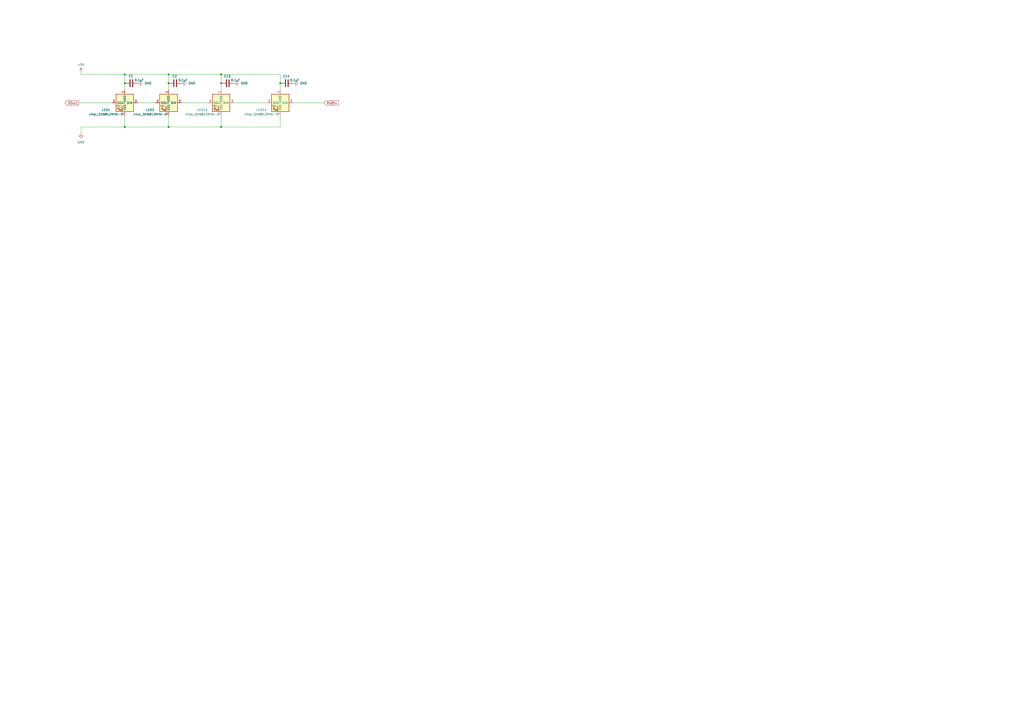
<source format=kicad_sch>
(kicad_sch (version 20231120) (generator "eeschema") (generator_version "8.0")
  (paper "A2")
  (lib_symbols
    (symbol "+5V_1" (power) (pin_names (offset 0))
      (property "Value" "+5V_1" (at 0 3.556 0))
      (symbol "+5V_1_0_1"
        (polyline (pts (xy -0.762 1.27) (xy 0 2.54)))
        (polyline (pts (xy 0 0) (xy 0 2.54)))
        (polyline (pts (xy 0 2.54) (xy 0.762 1.27)))
      )
      (symbol "+5V_1_1_1"
        (pin power_in line (at 0 0 90) (length 0) hide (name "+5V") (number "1"))
      )
    )
    (symbol "Device:C" (pin_numbers hide) (pin_names (offset 0.254))
      (property "Reference" "C" (at 0.635 2.54 0))
      (property "Value" "C" (at 0.635 -2.54 0))
      (symbol "C_0_1"
        (polyline (pts (xy -2.032 -0.762) (xy 2.032 -0.762)) (stroke (width 0.508)))
        (polyline (pts (xy -2.032 0.762) (xy 2.032 0.762)) (stroke (width 0.508)))
      )
      (symbol "C_1_1"
        (pin passive line (at 0 3.81 270) (length 2.794) (name "~") (number "1"))
        (pin passive line (at 0 -3.81 90) (length 2.794) (name "~") (number "2"))
      )
    )
    (symbol "PCM_marbastlib-choc:choc_SK6812MINI-E"
      (property "Reference" "LED" (at 2.54 6.35 0))
      (property "Value" "choc_SK6812MINI-E" (at 10.795 -6.35 0))
      (symbol "choc_SK6812MINI-E_0_0"
        (text "RGB" (at 2.286 -4.191 0) (effects (font (size 0.762 0.762))))
      )
      (symbol "choc_SK6812MINI-E_0_1"
        (rectangle (start -5.08 5.08) (end 5.08 -5.08) (stroke (width 0.254)) (fill (type background)))
        (polyline (pts (xy 1.27 -3.556) (xy 1.778 -3.556)))
        (polyline (pts (xy 1.27 -2.54) (xy 1.778 -2.54)))
        (polyline (pts (xy 4.699 -3.556) (xy 2.667 -3.556)))
        (polyline (pts (xy 2.286 -2.54) (xy 1.27 -3.556) (xy 1.27 -3.048)))
        (polyline (pts (xy 2.286 -1.524) (xy 1.27 -2.54) (xy 1.27 -2.032)))
        (polyline (pts (xy 3.683 -1.016) (xy 3.683 -3.556) (xy 3.683 -4.064)))
        (polyline (pts (xy 4.699 -1.524) (xy 2.667 -1.524) (xy 3.683 -3.556) (xy 4.699 -1.524)))
      )
      (symbol "choc_SK6812MINI-E_1_1"
        (pin power_in line (at 0 7.62 270) (length 2.54) (name "VDD") (number "1"))
        (pin output line (at 7.62 0 180) (length 2.54) (name "DOUT") (number "2"))
        (pin input line (at -7.62 0 0) (length 2.54) (name "DIN") (number "3"))
        (pin power_in line (at 0 -7.62 90) (length 2.54) (name "VSS") (number "4"))
      )
    )
    (symbol "power:GND" (power) (pin_numbers hide) (pin_names (offset 0) hide)
      (property "Value" "GND" (at 0 -3.81 0))
      (symbol "GND_0_1"
        (polyline (pts (xy 0 0) (xy 0 -1.27) (xy 1.27 -1.27) (xy 0 -2.54) (xy -1.27 -1.27) (xy 0 -1.27)))
      )
      (symbol "GND_1_1"
        (pin power_in line (at 0 0 270) (length 0) (name "~") (number "1"))
      )
    )
  )
  (junction (at 97.79 73.66))
  (junction (at 162.56 48.26))
  (junction (at 72.39 43.18))
  (junction (at 72.39 48.26))
  (junction (at 128.27 48.26))
  (junction (at 128.27 43.18))
  (junction (at 72.39 73.66))
  (junction (at 97.79 43.18))
  (junction (at 97.79 48.26))
  (junction (at 128.27 73.66))
  (wire (pts (xy 46.99 73.66) (xy 72.39 73.66)))
  (wire (pts (xy 162.56 73.66) (xy 162.56 67.31)))
  (wire (pts (xy 128.27 67.31) (xy 128.27 73.66)))
  (wire (pts (xy 162.56 43.18) (xy 162.56 48.26)))
  (wire (pts (xy 128.27 73.66) (xy 162.56 73.66)))
  (wire (pts (xy 162.56 52.07) (xy 162.56 48.26)))
  (wire (pts (xy 128.27 43.18) (xy 162.56 43.18)))
  (wire (pts (xy 72.39 67.31) (xy 72.39 73.66)))
  (wire (pts (xy 80.01 59.69) (xy 90.17 59.69)))
  (wire (pts (xy 170.18 59.69) (xy 187.96 59.69)))
  (wire (pts (xy 105.41 59.69) (xy 120.65 59.69)))
  (wire (pts (xy 46.99 73.66) (xy 46.99 77.47)))
  (wire (pts (xy 97.79 43.18) (xy 128.27 43.18)))
  (wire (pts (xy 46.99 43.18) (xy 72.39 43.18)))
  (wire (pts (xy 97.79 67.31) (xy 97.79 73.66)))
  (wire (pts (xy 97.79 52.07) (xy 97.79 48.26)))
  (wire (pts (xy 72.39 52.07) (xy 72.39 48.26)))
  (wire (pts (xy 128.27 43.18) (xy 128.27 48.26)))
  (wire (pts (xy 97.79 48.26) (xy 97.79 43.18)))
  (wire (pts (xy 46.99 41.91) (xy 46.99 43.18)))
  (wire (pts (xy 72.39 73.66) (xy 97.79 73.66)))
  (wire (pts (xy 72.39 48.26) (xy 72.39 43.18)))
  (wire (pts (xy 97.79 73.66) (xy 128.27 73.66)))
  (wire (pts (xy 72.39 43.18) (xy 97.79 43.18)))
  (wire (pts (xy 135.89 59.69) (xy 154.94 59.69)))
  (wire (pts (xy 128.27 52.07) (xy 128.27 48.26)))
  (wire (pts (xy 45.72 59.69) (xy 64.77 59.69)))
  (global_label "DOut1" (shape output) (at 45.72 59.69 180) (property "Intersheetrefs" "${INTERSHEET_REFS}" (effects (hide yes))))
  (global_label "RGB5v" (shape input) (at 187.96 59.69 0) (property "Intersheetrefs" "${INTERSHEET_REFS}" (effects (hide yes))))
  (symbol (lib_id "PCM_marbastlib-choc:choc_SK6812MINI-E") (at 97.79 59.69 0) (mirror y) (unit 1)
    (property "Reference" "LED2" (at 87.122 63.754 0))
    (property "Value" "choc_SK6812MINI-E" (at 87.122 66.294 0))
    (property "Footprint" "PCM_marbastlib-choc:LED_choc_6028R" (effects (hide yes)))
    (property "Description" "Reverse mount adressable LED (WS2812 protocol)" (effects (hide yes)))
  )
  (symbol (lib_id "power:GND") (at 80.01 48.26 90) (unit 1)
    (property "Reference" "#PWR07" (effects (hide yes)))
    (property "Value" "GND" (at 83.82 48.2599 90) (effects (justify right)))
    (property "Description" "Power symbol creates a global label with name \"GND\" , ground" (effects (hide yes)))
  )
  (symbol (lib_id "power:GND") (at 135.89 48.26 90) (unit 1)
    (property "Reference" "#PWR027" (effects (hide yes)))
    (property "Value" "GND" (at 139.7 48.2599 90) (effects (justify right)))
    (property "Description" "Power symbol creates a global label with name \"GND\" , ground" (effects (hide yes)))
  )
  (symbol (lib_id "PCM_marbastlib-choc:choc_SK6812MINI-E") (at 162.56 59.69 0) (mirror y) (unit 1)
    (property "Reference" "LED14" (at 151.638 63.754 0))
    (property "Value" "choc_SK6812MINI-E" (at 151.638 66.294 0))
    (property "Footprint" "PCM_marbastlib-choc:LED_choc_6028R" (effects (hide yes)))
    (property "Description" "Reverse mount adressable LED (WS2812 protocol)" (effects (hide yes)))
  )
  (symbol (lib_id "power:GND") (at 105.41 48.26 90) (unit 1)
    (property "Reference" "#PWR016" (effects (hide yes)))
    (property "Value" "GND" (at 109.22 48.2599 90) (effects (justify right)))
    (property "Description" "Power symbol creates a global label with name \"GND\" , ground" (effects (hide yes)))
  )
  (symbol (lib_id "power:GND") (at 170.18 48.26 90) (unit 1)
    (property "Reference" "#PWR028" (effects (hide yes)))
    (property "Value" "GND" (at 173.99 48.2599 90) (effects (justify right)))
    (property "Description" "Power symbol creates a global label with name \"GND\" , ground" (effects (hide yes)))
  )
  (symbol (lib_id "Device:C") (at 76.2 48.26 90) (unit 1)
    (property "Reference" "C1" (at 75.946 44.196 90))
    (property "Value" "0.1uF" (at 80.772 46.482 90))
    (property "Footprint" "Capacitor_SMD:C_0402_1005Metric" (effects (hide yes)))
    (property "Description" "Unpolarized capacitor" (effects (hide yes)))
  )
  (symbol (lib_id "power:GND") (at 46.99 77.47 0) (unit 1)
    (property "Reference" "#PWR029" (effects (hide yes)))
    (property "Value" "GND" (at 46.99 82.55 0))
    (property "Description" "Power symbol creates a global label with name \"GND\" , ground" (effects (hide yes)))
  )
  (symbol (lib_id "PCM_marbastlib-choc:choc_SK6812MINI-E") (at 128.27 59.69 0) (mirror y) (unit 1)
    (property "Reference" "LED13" (at 117.348 63.754 0))
    (property "Value" "choc_SK6812MINI-E" (at 117.348 66.294 0))
    (property "Footprint" "PCM_marbastlib-choc:LED_choc_6028R" (effects (hide yes)))
    (property "Description" "Reverse mount adressable LED (WS2812 protocol)" (effects (hide yes)))
  )
  (symbol (lib_id "PCM_marbastlib-choc:choc_SK6812MINI-E") (at 72.39 59.69 0) (mirror y) (unit 1)
    (property "Reference" "LED1" (at 61.468 63.754 0))
    (property "Value" "choc_SK6812MINI-E" (at 61.468 66.294 0))
    (property "Footprint" "PCM_marbastlib-choc:LED_choc_6028R" (effects (hide yes)))
    (property "Description" "Reverse mount adressable LED (WS2812 protocol)" (effects (hide yes)))
  )
  (symbol (lib_name "+5V_1") (lib_id "power:+5V") (at 46.99 41.91 0) (unit 1)
    (property "Reference" "#PWR06" (effects (hide yes)))
    (property "Value" "+5V" (at 46.99 37.465 0))
  )
  (symbol (lib_id "Device:C") (at 166.37 48.26 90) (unit 1)
    (property "Reference" "C14" (at 166.116 44.196 90))
    (property "Value" "0.1uF" (at 170.942 46.482 90))
    (property "Footprint" "Capacitor_SMD:C_0402_1005Metric" (effects (hide yes)))
    (property "Description" "Unpolarized capacitor" (effects (hide yes)))
  )
  (symbol (lib_id "Device:C") (at 132.08 48.26 90) (unit 1)
    (property "Reference" "C13" (at 131.826 44.196 90))
    (property "Value" "0.1uF" (at 136.652 46.482 90))
    (property "Footprint" "Capacitor_SMD:C_0402_1005Metric" (effects (hide yes)))
    (property "Description" "Unpolarized capacitor" (effects (hide yes)))
  )
  (symbol (lib_id "Device:C") (at 101.6 48.26 90) (unit 1)
    (property "Reference" "C2" (at 101.346 44.196 90))
    (property "Value" "0.1uF" (at 106.172 46.482 90))
    (property "Footprint" "Capacitor_SMD:C_0402_1005Metric" (effects (hide yes)))
    (property "Description" "Unpolarized capacitor" (effects (hide yes)))
  )
)
</source>
